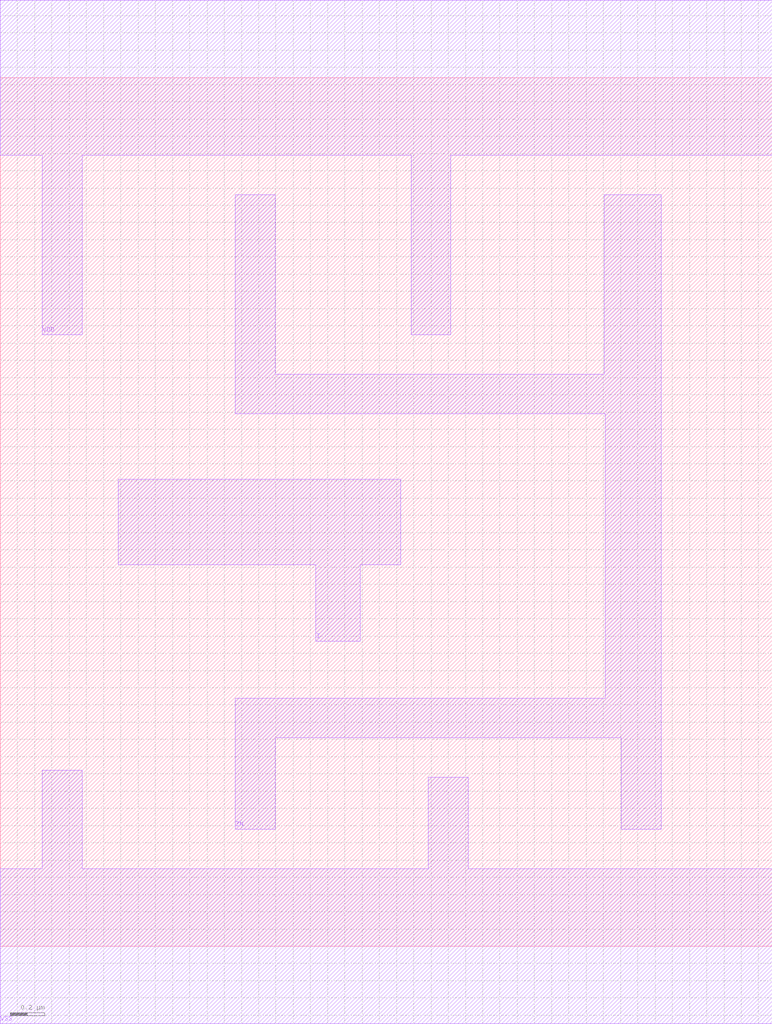
<source format=lef>
# Copyright 2022 GlobalFoundries PDK Authors
#
# Licensed under the Apache License, Version 2.0 (the "License");
# you may not use this file except in compliance with the License.
# You may obtain a copy of the License at
#
#      http://www.apache.org/licenses/LICENSE-2.0
#
# Unless required by applicable law or agreed to in writing, software
# distributed under the License is distributed on an "AS IS" BASIS,
# WITHOUT WARRANTIES OR CONDITIONS OF ANY KIND, either express or implied.
# See the License for the specific language governing permissions and
# limitations under the License.

MACRO gf180mcu_fd_sc_mcu9t5v0__clkinv_3
  CLASS core ;
  FOREIGN gf180mcu_fd_sc_mcu9t5v0__clkinv_3 0.0 0.0 ;
  ORIGIN 0 0 ;
  SYMMETRY X Y ;
  SITE GF018hv5v_green_sc9 ;
  SIZE 4.48 BY 5.04 ;
  PIN I
    DIRECTION INPUT ;
    ANTENNAGATEAREA 4.059 ;
    PORT
      LAYER Metal1 ;
        POLYGON 0.685 2.215 1.83 2.215 1.83 1.77 2.09 1.77 2.09 2.215 2.325 2.215 2.325 2.71 0.685 2.71  ;
    END
  END I
  PIN ZN
    DIRECTION OUTPUT ;
    ANTENNADIFFAREA 2.6406 ;
    PORT
      LAYER Metal1 ;
        POLYGON 1.365 3.09 3.51 3.09 3.51 1.44 1.365 1.44 1.365 0.68 1.595 0.68 1.595 1.21 3.605 1.21 3.605 0.68 3.835 0.68 3.835 4.36 3.505 4.36 3.505 3.32 1.595 3.32 1.595 4.36 1.365 4.36  ;
    END
  END ZN
  PIN VDD
    DIRECTION INOUT ;
    USE power ;
    SHAPE ABUTMENT ;
    PORT
      LAYER Metal1 ;
        POLYGON 0 4.59 0.245 4.59 0.245 3.55 0.475 3.55 0.475 4.59 2.385 4.59 2.385 3.55 2.615 3.55 2.615 4.59 4.48 4.59 4.48 5.49 0 5.49  ;
    END
  END VDD
  PIN VSS
    DIRECTION INOUT ;
    USE ground ;
    SHAPE ABUTMENT ;
    PORT
      LAYER Metal1 ;
        POLYGON 0 -0.45 4.48 -0.45 4.48 0.45 2.715 0.45 2.715 0.98 2.485 0.98 2.485 0.45 0.475 0.45 0.475 1.02 0.245 1.02 0.245 0.45 0 0.45  ;
    END
  END VSS
END gf180mcu_fd_sc_mcu9t5v0__clkinv_3

</source>
